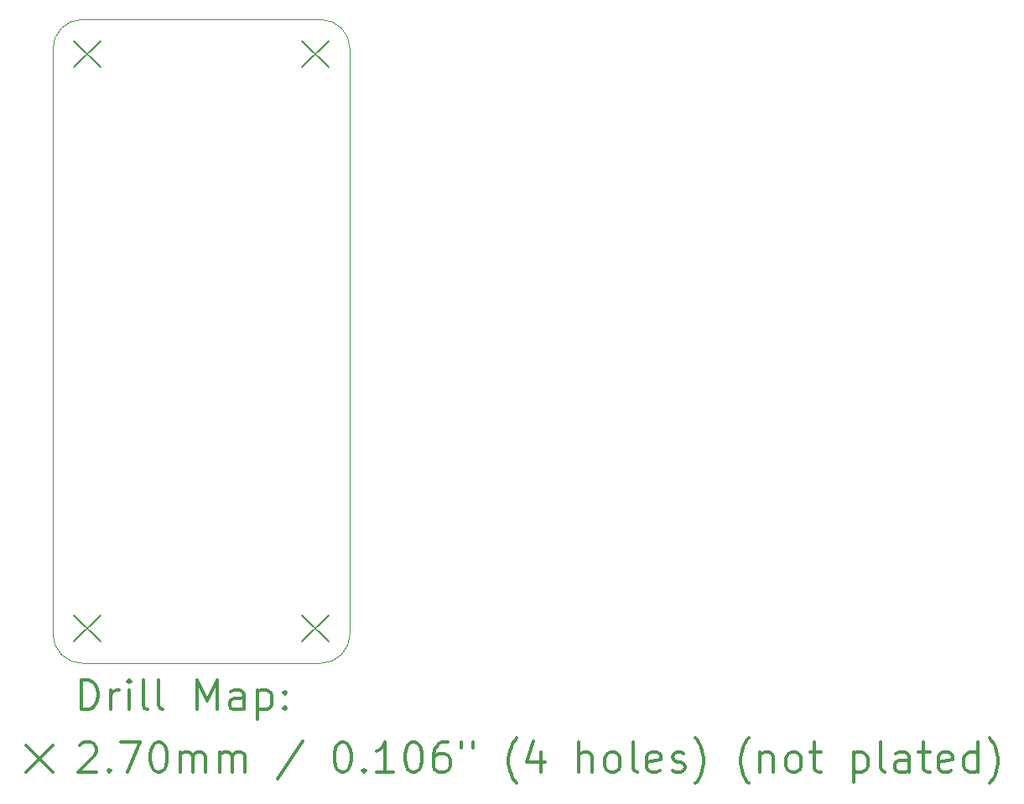
<source format=gbr>
%FSLAX45Y45*%
G04 Gerber Fmt 4.5, Leading zero omitted, Abs format (unit mm)*
G04 Created by KiCad (PCBNEW (5.1.9)-1) date 2022-12-02 18:00:50*
%MOMM*%
%LPD*%
G01*
G04 APERTURE LIST*
%TA.AperFunction,Profile*%
%ADD10C,0.050000*%
%TD*%
%ADD11C,0.200000*%
%ADD12C,0.300000*%
G04 APERTURE END LIST*
D10*
X5930021Y-8902500D02*
X5932500Y-8902500D01*
X5630000Y-8602500D02*
X5630000Y-2700000D01*
X5930021Y-8902500D02*
G75*
G02*
X5630000Y-8602500I-2521J297500D01*
G01*
X8330000Y-8902500D02*
X5932500Y-8902500D01*
X8630000Y-8602479D02*
X8630000Y-8597500D01*
X8630000Y-8602479D02*
G75*
G02*
X8330000Y-8902500I-297500J-2521D01*
G01*
X8630000Y-2700000D02*
X8630000Y-8597500D01*
X8329979Y-2400000D02*
G75*
G02*
X8630000Y-2700000I2521J-297500D01*
G01*
X5930000Y-2400000D02*
X8330000Y-2400000D01*
X5630000Y-2700021D02*
G75*
G02*
X5930000Y-2400000I297500J2521D01*
G01*
D11*
X5845000Y-2615000D02*
X6115000Y-2885000D01*
X6115000Y-2615000D02*
X5845000Y-2885000D01*
X5845000Y-8415000D02*
X6115000Y-8685000D01*
X6115000Y-8415000D02*
X5845000Y-8685000D01*
X8145000Y-2615000D02*
X8415000Y-2885000D01*
X8415000Y-2615000D02*
X8145000Y-2885000D01*
X8145000Y-8415000D02*
X8415000Y-8685000D01*
X8415000Y-8415000D02*
X8145000Y-8685000D01*
D12*
X5913918Y-9370725D02*
X5913918Y-9070725D01*
X5985347Y-9070725D01*
X6028204Y-9085011D01*
X6056775Y-9113582D01*
X6071061Y-9142153D01*
X6085347Y-9199296D01*
X6085347Y-9242153D01*
X6071061Y-9299296D01*
X6056775Y-9327868D01*
X6028204Y-9356439D01*
X5985347Y-9370725D01*
X5913918Y-9370725D01*
X6213918Y-9370725D02*
X6213918Y-9170725D01*
X6213918Y-9227868D02*
X6228204Y-9199296D01*
X6242489Y-9185011D01*
X6271061Y-9170725D01*
X6299632Y-9170725D01*
X6399632Y-9370725D02*
X6399632Y-9170725D01*
X6399632Y-9070725D02*
X6385347Y-9085011D01*
X6399632Y-9099296D01*
X6413918Y-9085011D01*
X6399632Y-9070725D01*
X6399632Y-9099296D01*
X6585347Y-9370725D02*
X6556775Y-9356439D01*
X6542489Y-9327868D01*
X6542489Y-9070725D01*
X6742489Y-9370725D02*
X6713918Y-9356439D01*
X6699632Y-9327868D01*
X6699632Y-9070725D01*
X7085347Y-9370725D02*
X7085347Y-9070725D01*
X7185347Y-9285011D01*
X7285347Y-9070725D01*
X7285347Y-9370725D01*
X7556775Y-9370725D02*
X7556775Y-9213582D01*
X7542489Y-9185011D01*
X7513918Y-9170725D01*
X7456775Y-9170725D01*
X7428204Y-9185011D01*
X7556775Y-9356439D02*
X7528204Y-9370725D01*
X7456775Y-9370725D01*
X7428204Y-9356439D01*
X7413918Y-9327868D01*
X7413918Y-9299296D01*
X7428204Y-9270725D01*
X7456775Y-9256439D01*
X7528204Y-9256439D01*
X7556775Y-9242153D01*
X7699632Y-9170725D02*
X7699632Y-9470725D01*
X7699632Y-9185011D02*
X7728204Y-9170725D01*
X7785347Y-9170725D01*
X7813918Y-9185011D01*
X7828204Y-9199296D01*
X7842489Y-9227868D01*
X7842489Y-9313582D01*
X7828204Y-9342153D01*
X7813918Y-9356439D01*
X7785347Y-9370725D01*
X7728204Y-9370725D01*
X7699632Y-9356439D01*
X7971061Y-9342153D02*
X7985347Y-9356439D01*
X7971061Y-9370725D01*
X7956775Y-9356439D01*
X7971061Y-9342153D01*
X7971061Y-9370725D01*
X7971061Y-9185011D02*
X7985347Y-9199296D01*
X7971061Y-9213582D01*
X7956775Y-9199296D01*
X7971061Y-9185011D01*
X7971061Y-9213582D01*
X5357490Y-9730011D02*
X5627489Y-10000011D01*
X5627489Y-9730011D02*
X5357490Y-10000011D01*
X5899632Y-9729296D02*
X5913918Y-9715011D01*
X5942489Y-9700725D01*
X6013918Y-9700725D01*
X6042489Y-9715011D01*
X6056775Y-9729296D01*
X6071061Y-9757868D01*
X6071061Y-9786439D01*
X6056775Y-9829296D01*
X5885347Y-10000725D01*
X6071061Y-10000725D01*
X6199632Y-9972153D02*
X6213918Y-9986439D01*
X6199632Y-10000725D01*
X6185347Y-9986439D01*
X6199632Y-9972153D01*
X6199632Y-10000725D01*
X6313918Y-9700725D02*
X6513918Y-9700725D01*
X6385347Y-10000725D01*
X6685347Y-9700725D02*
X6713918Y-9700725D01*
X6742489Y-9715011D01*
X6756775Y-9729296D01*
X6771061Y-9757868D01*
X6785347Y-9815011D01*
X6785347Y-9886439D01*
X6771061Y-9943582D01*
X6756775Y-9972153D01*
X6742489Y-9986439D01*
X6713918Y-10000725D01*
X6685347Y-10000725D01*
X6656775Y-9986439D01*
X6642489Y-9972153D01*
X6628204Y-9943582D01*
X6613918Y-9886439D01*
X6613918Y-9815011D01*
X6628204Y-9757868D01*
X6642489Y-9729296D01*
X6656775Y-9715011D01*
X6685347Y-9700725D01*
X6913918Y-10000725D02*
X6913918Y-9800725D01*
X6913918Y-9829296D02*
X6928204Y-9815011D01*
X6956775Y-9800725D01*
X6999632Y-9800725D01*
X7028204Y-9815011D01*
X7042489Y-9843582D01*
X7042489Y-10000725D01*
X7042489Y-9843582D02*
X7056775Y-9815011D01*
X7085347Y-9800725D01*
X7128204Y-9800725D01*
X7156775Y-9815011D01*
X7171061Y-9843582D01*
X7171061Y-10000725D01*
X7313918Y-10000725D02*
X7313918Y-9800725D01*
X7313918Y-9829296D02*
X7328204Y-9815011D01*
X7356775Y-9800725D01*
X7399632Y-9800725D01*
X7428204Y-9815011D01*
X7442489Y-9843582D01*
X7442489Y-10000725D01*
X7442489Y-9843582D02*
X7456775Y-9815011D01*
X7485347Y-9800725D01*
X7528204Y-9800725D01*
X7556775Y-9815011D01*
X7571061Y-9843582D01*
X7571061Y-10000725D01*
X8156775Y-9686439D02*
X7899632Y-10072153D01*
X8542490Y-9700725D02*
X8571061Y-9700725D01*
X8599632Y-9715011D01*
X8613918Y-9729296D01*
X8628204Y-9757868D01*
X8642490Y-9815011D01*
X8642490Y-9886439D01*
X8628204Y-9943582D01*
X8613918Y-9972153D01*
X8599632Y-9986439D01*
X8571061Y-10000725D01*
X8542490Y-10000725D01*
X8513918Y-9986439D01*
X8499632Y-9972153D01*
X8485347Y-9943582D01*
X8471061Y-9886439D01*
X8471061Y-9815011D01*
X8485347Y-9757868D01*
X8499632Y-9729296D01*
X8513918Y-9715011D01*
X8542490Y-9700725D01*
X8771061Y-9972153D02*
X8785347Y-9986439D01*
X8771061Y-10000725D01*
X8756775Y-9986439D01*
X8771061Y-9972153D01*
X8771061Y-10000725D01*
X9071061Y-10000725D02*
X8899632Y-10000725D01*
X8985347Y-10000725D02*
X8985347Y-9700725D01*
X8956775Y-9743582D01*
X8928204Y-9772153D01*
X8899632Y-9786439D01*
X9256775Y-9700725D02*
X9285347Y-9700725D01*
X9313918Y-9715011D01*
X9328204Y-9729296D01*
X9342490Y-9757868D01*
X9356775Y-9815011D01*
X9356775Y-9886439D01*
X9342490Y-9943582D01*
X9328204Y-9972153D01*
X9313918Y-9986439D01*
X9285347Y-10000725D01*
X9256775Y-10000725D01*
X9228204Y-9986439D01*
X9213918Y-9972153D01*
X9199632Y-9943582D01*
X9185347Y-9886439D01*
X9185347Y-9815011D01*
X9199632Y-9757868D01*
X9213918Y-9729296D01*
X9228204Y-9715011D01*
X9256775Y-9700725D01*
X9613918Y-9700725D02*
X9556775Y-9700725D01*
X9528204Y-9715011D01*
X9513918Y-9729296D01*
X9485347Y-9772153D01*
X9471061Y-9829296D01*
X9471061Y-9943582D01*
X9485347Y-9972153D01*
X9499632Y-9986439D01*
X9528204Y-10000725D01*
X9585347Y-10000725D01*
X9613918Y-9986439D01*
X9628204Y-9972153D01*
X9642490Y-9943582D01*
X9642490Y-9872153D01*
X9628204Y-9843582D01*
X9613918Y-9829296D01*
X9585347Y-9815011D01*
X9528204Y-9815011D01*
X9499632Y-9829296D01*
X9485347Y-9843582D01*
X9471061Y-9872153D01*
X9756775Y-9700725D02*
X9756775Y-9757868D01*
X9871061Y-9700725D02*
X9871061Y-9757868D01*
X10313918Y-10115011D02*
X10299632Y-10100725D01*
X10271061Y-10057868D01*
X10256775Y-10029296D01*
X10242490Y-9986439D01*
X10228204Y-9915011D01*
X10228204Y-9857868D01*
X10242490Y-9786439D01*
X10256775Y-9743582D01*
X10271061Y-9715011D01*
X10299632Y-9672153D01*
X10313918Y-9657868D01*
X10556775Y-9800725D02*
X10556775Y-10000725D01*
X10485347Y-9686439D02*
X10413918Y-9900725D01*
X10599632Y-9900725D01*
X10942490Y-10000725D02*
X10942490Y-9700725D01*
X11071061Y-10000725D02*
X11071061Y-9843582D01*
X11056775Y-9815011D01*
X11028204Y-9800725D01*
X10985347Y-9800725D01*
X10956775Y-9815011D01*
X10942490Y-9829296D01*
X11256775Y-10000725D02*
X11228204Y-9986439D01*
X11213918Y-9972153D01*
X11199632Y-9943582D01*
X11199632Y-9857868D01*
X11213918Y-9829296D01*
X11228204Y-9815011D01*
X11256775Y-9800725D01*
X11299632Y-9800725D01*
X11328204Y-9815011D01*
X11342489Y-9829296D01*
X11356775Y-9857868D01*
X11356775Y-9943582D01*
X11342489Y-9972153D01*
X11328204Y-9986439D01*
X11299632Y-10000725D01*
X11256775Y-10000725D01*
X11528204Y-10000725D02*
X11499632Y-9986439D01*
X11485347Y-9957868D01*
X11485347Y-9700725D01*
X11756775Y-9986439D02*
X11728204Y-10000725D01*
X11671061Y-10000725D01*
X11642489Y-9986439D01*
X11628204Y-9957868D01*
X11628204Y-9843582D01*
X11642489Y-9815011D01*
X11671061Y-9800725D01*
X11728204Y-9800725D01*
X11756775Y-9815011D01*
X11771061Y-9843582D01*
X11771061Y-9872153D01*
X11628204Y-9900725D01*
X11885347Y-9986439D02*
X11913918Y-10000725D01*
X11971061Y-10000725D01*
X11999632Y-9986439D01*
X12013918Y-9957868D01*
X12013918Y-9943582D01*
X11999632Y-9915011D01*
X11971061Y-9900725D01*
X11928204Y-9900725D01*
X11899632Y-9886439D01*
X11885347Y-9857868D01*
X11885347Y-9843582D01*
X11899632Y-9815011D01*
X11928204Y-9800725D01*
X11971061Y-9800725D01*
X11999632Y-9815011D01*
X12113918Y-10115011D02*
X12128204Y-10100725D01*
X12156775Y-10057868D01*
X12171061Y-10029296D01*
X12185347Y-9986439D01*
X12199632Y-9915011D01*
X12199632Y-9857868D01*
X12185347Y-9786439D01*
X12171061Y-9743582D01*
X12156775Y-9715011D01*
X12128204Y-9672153D01*
X12113918Y-9657868D01*
X12656775Y-10115011D02*
X12642489Y-10100725D01*
X12613918Y-10057868D01*
X12599632Y-10029296D01*
X12585347Y-9986439D01*
X12571061Y-9915011D01*
X12571061Y-9857868D01*
X12585347Y-9786439D01*
X12599632Y-9743582D01*
X12613918Y-9715011D01*
X12642489Y-9672153D01*
X12656775Y-9657868D01*
X12771061Y-9800725D02*
X12771061Y-10000725D01*
X12771061Y-9829296D02*
X12785347Y-9815011D01*
X12813918Y-9800725D01*
X12856775Y-9800725D01*
X12885347Y-9815011D01*
X12899632Y-9843582D01*
X12899632Y-10000725D01*
X13085347Y-10000725D02*
X13056775Y-9986439D01*
X13042489Y-9972153D01*
X13028204Y-9943582D01*
X13028204Y-9857868D01*
X13042489Y-9829296D01*
X13056775Y-9815011D01*
X13085347Y-9800725D01*
X13128204Y-9800725D01*
X13156775Y-9815011D01*
X13171061Y-9829296D01*
X13185347Y-9857868D01*
X13185347Y-9943582D01*
X13171061Y-9972153D01*
X13156775Y-9986439D01*
X13128204Y-10000725D01*
X13085347Y-10000725D01*
X13271061Y-9800725D02*
X13385347Y-9800725D01*
X13313918Y-9700725D02*
X13313918Y-9957868D01*
X13328204Y-9986439D01*
X13356775Y-10000725D01*
X13385347Y-10000725D01*
X13713918Y-9800725D02*
X13713918Y-10100725D01*
X13713918Y-9815011D02*
X13742489Y-9800725D01*
X13799632Y-9800725D01*
X13828204Y-9815011D01*
X13842489Y-9829296D01*
X13856775Y-9857868D01*
X13856775Y-9943582D01*
X13842489Y-9972153D01*
X13828204Y-9986439D01*
X13799632Y-10000725D01*
X13742489Y-10000725D01*
X13713918Y-9986439D01*
X14028204Y-10000725D02*
X13999632Y-9986439D01*
X13985347Y-9957868D01*
X13985347Y-9700725D01*
X14271061Y-10000725D02*
X14271061Y-9843582D01*
X14256775Y-9815011D01*
X14228204Y-9800725D01*
X14171061Y-9800725D01*
X14142489Y-9815011D01*
X14271061Y-9986439D02*
X14242489Y-10000725D01*
X14171061Y-10000725D01*
X14142489Y-9986439D01*
X14128204Y-9957868D01*
X14128204Y-9929296D01*
X14142489Y-9900725D01*
X14171061Y-9886439D01*
X14242489Y-9886439D01*
X14271061Y-9872153D01*
X14371061Y-9800725D02*
X14485347Y-9800725D01*
X14413918Y-9700725D02*
X14413918Y-9957868D01*
X14428204Y-9986439D01*
X14456775Y-10000725D01*
X14485347Y-10000725D01*
X14699632Y-9986439D02*
X14671061Y-10000725D01*
X14613918Y-10000725D01*
X14585347Y-9986439D01*
X14571061Y-9957868D01*
X14571061Y-9843582D01*
X14585347Y-9815011D01*
X14613918Y-9800725D01*
X14671061Y-9800725D01*
X14699632Y-9815011D01*
X14713918Y-9843582D01*
X14713918Y-9872153D01*
X14571061Y-9900725D01*
X14971061Y-10000725D02*
X14971061Y-9700725D01*
X14971061Y-9986439D02*
X14942489Y-10000725D01*
X14885347Y-10000725D01*
X14856775Y-9986439D01*
X14842489Y-9972153D01*
X14828204Y-9943582D01*
X14828204Y-9857868D01*
X14842489Y-9829296D01*
X14856775Y-9815011D01*
X14885347Y-9800725D01*
X14942489Y-9800725D01*
X14971061Y-9815011D01*
X15085347Y-10115011D02*
X15099632Y-10100725D01*
X15128204Y-10057868D01*
X15142489Y-10029296D01*
X15156775Y-9986439D01*
X15171061Y-9915011D01*
X15171061Y-9857868D01*
X15156775Y-9786439D01*
X15142489Y-9743582D01*
X15128204Y-9715011D01*
X15099632Y-9672153D01*
X15085347Y-9657868D01*
M02*

</source>
